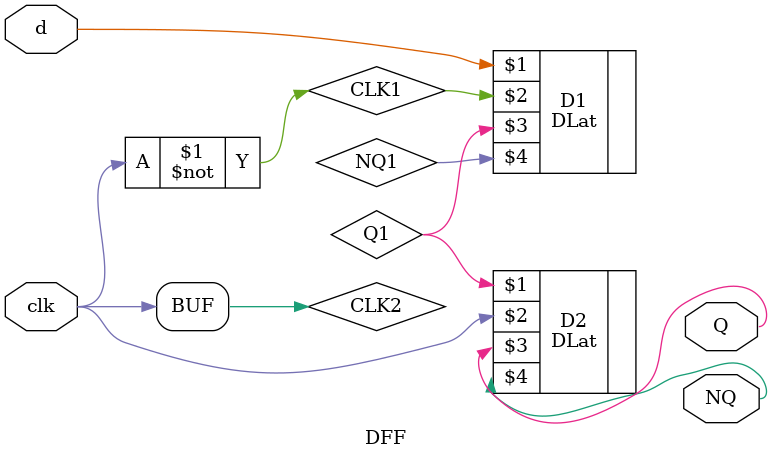
<source format=v>
module DFF(input d, input clk, output Q, output NQ);
	wire CLK1;
	wire CLK2;
	wire Q1;
	wire NQ1;
	assign CLK2 = clk;
	assign CLK1 = ~clk;
	DLat D1(d, CLK1, Q1, NQ1);
	DLat D2(Q1, CLK2, Q, NQ);
endmodule

</source>
